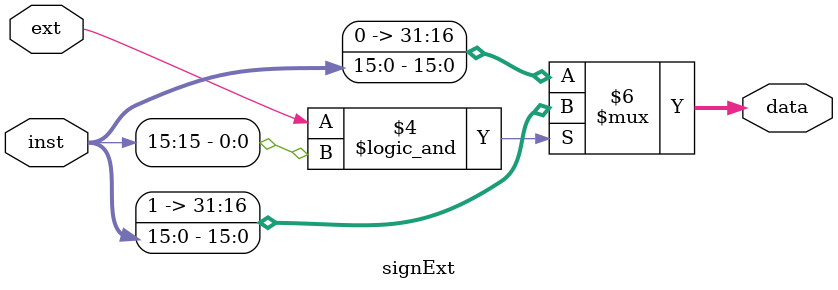
<source format=v>
`timescale 1ns / 1ps

module signExt(
    input [15:0] inst,
	input ext,
    output reg [31:0] data
    );
	
	always @ (inst or ext)
	begin
		if(ext == 1&&inst[15] == 1) data = {16'hffff,inst};
		else data = {16'h0000,inst};
	end
	
endmodule

</source>
